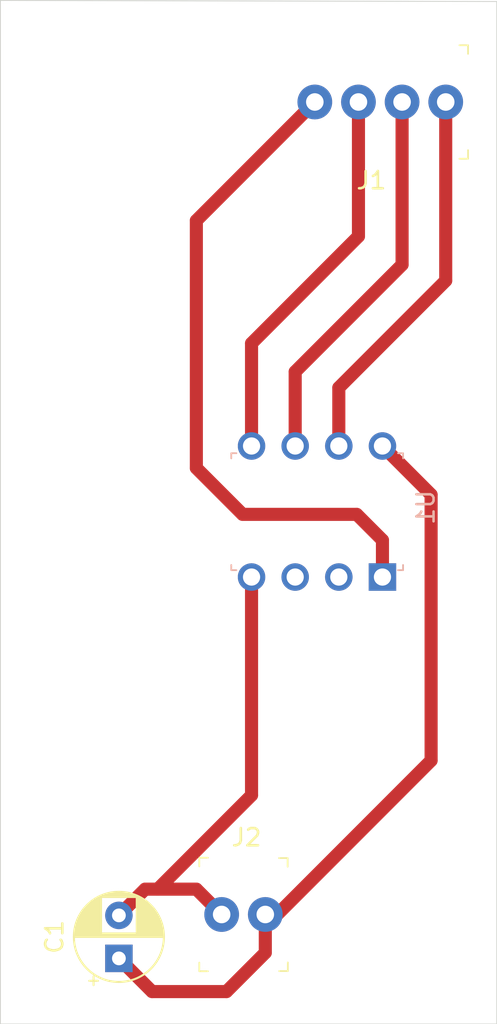
<source format=kicad_pcb>
(kicad_pcb (version 20171130) (host pcbnew "(5.1.6-0-10_14)")

  (general
    (thickness 1.6)
    (drawings 6)
    (tracks 32)
    (zones 0)
    (modules 4)
    (nets 9)
  )

  (page A4)
  (layers
    (0 F.Cu signal)
    (31 B.Cu signal)
    (32 B.Adhes user)
    (33 F.Adhes user)
    (34 B.Paste user)
    (35 F.Paste user)
    (36 B.SilkS user)
    (37 F.SilkS user)
    (38 B.Mask user)
    (39 F.Mask user)
    (40 Dwgs.User user)
    (41 Cmts.User user)
    (42 Eco1.User user)
    (43 Eco2.User user)
    (44 Edge.Cuts user)
    (45 Margin user)
    (46 B.CrtYd user)
    (47 F.CrtYd user)
    (48 B.Fab user)
    (49 F.Fab user)
  )

  (setup
    (last_trace_width 0.25)
    (user_trace_width 0.762)
    (trace_clearance 0.2)
    (zone_clearance 0.508)
    (zone_45_only no)
    (trace_min 0.2)
    (via_size 0.8)
    (via_drill 0.4)
    (via_min_size 0.4)
    (via_min_drill 0.3)
    (uvia_size 0.3)
    (uvia_drill 0.1)
    (uvias_allowed no)
    (uvia_min_size 0.2)
    (uvia_min_drill 0.1)
    (edge_width 0.05)
    (segment_width 0.2)
    (pcb_text_width 0.3)
    (pcb_text_size 1.5 1.5)
    (mod_edge_width 0.12)
    (mod_text_size 1 1)
    (mod_text_width 0.15)
    (pad_size 1.524 1.524)
    (pad_drill 0.762)
    (pad_to_mask_clearance 0.05)
    (aux_axis_origin 0 0)
    (visible_elements FFFFFF7F)
    (pcbplotparams
      (layerselection 0x01000_7fffffff)
      (usegerberextensions false)
      (usegerberattributes true)
      (usegerberadvancedattributes true)
      (creategerberjobfile true)
      (excludeedgelayer true)
      (linewidth 0.100000)
      (plotframeref false)
      (viasonmask false)
      (mode 1)
      (useauxorigin false)
      (hpglpennumber 1)
      (hpglpenspeed 20)
      (hpglpendiameter 15.000000)
      (psnegative false)
      (psa4output false)
      (plotreference true)
      (plotvalue true)
      (plotinvisibletext false)
      (padsonsilk false)
      (subtractmaskfromsilk false)
      (outputformat 1)
      (mirror false)
      (drillshape 0)
      (scaleselection 1)
      (outputdirectory "gerbers/"))
  )

  (net 0 "")
  (net 1 "Net-(C1-Pad2)")
  (net 2 "Net-(C1-Pad1)")
  (net 3 "Net-(J1-Pad4)")
  (net 4 "Net-(J1-Pad3)")
  (net 5 "Net-(J1-Pad2)")
  (net 6 "Net-(J1-Pad1)")
  (net 7 "Net-(U1-Pad3)")
  (net 8 "Net-(U1-Pad2)")

  (net_class Default "This is the default net class."
    (clearance 0.2)
    (trace_width 0.25)
    (via_dia 0.8)
    (via_drill 0.4)
    (uvia_dia 0.3)
    (uvia_drill 0.1)
    (add_net "Net-(C1-Pad1)")
    (add_net "Net-(C1-Pad2)")
    (add_net "Net-(J1-Pad1)")
    (add_net "Net-(J1-Pad2)")
    (add_net "Net-(J1-Pad3)")
    (add_net "Net-(J1-Pad4)")
    (add_net "Net-(U1-Pad2)")
    (add_net "Net-(U1-Pad3)")
  )

  (module digikey-footprints:DIP-8_W7.62mm (layer B.Cu) (tedit 5B86B3A2) (tstamp 5F3EE34C)
    (at 18.796 -8.8773 90)
    (descr http://media.digikey.com/pdf/Data%20Sheets/Lite-On%20PDFs/6N137%20Series.pdf)
    (path /5F3EE661)
    (fp_text reference U1 (at 4.05 2.52 90) (layer B.SilkS)
      (effects (font (size 1 1) (thickness 0.15)) (justify mirror))
    )
    (fp_text value ATTINY85-20PU (at 3.94 -10.33 90) (layer B.Fab)
      (effects (font (size 1 1) (thickness 0.15)) (justify mirror))
    )
    (fp_line (start 0.55 1.04) (end 0.55 -8.64) (layer B.Fab) (width 0.1))
    (fp_line (start 7.05 1.04) (end 7.05 -8.64) (layer B.Fab) (width 0.1))
    (fp_line (start 0.55 1.04) (end 7.05 1.04) (layer B.Fab) (width 0.1))
    (fp_line (start 0.55 -8.64) (end 7.05 -8.64) (layer B.Fab) (width 0.1))
    (fp_line (start 0.4 -8.8) (end 0.7 -8.8) (layer B.SilkS) (width 0.1))
    (fp_line (start 0.4 -8.5) (end 0.4 -8.8) (layer B.SilkS) (width 0.1))
    (fp_line (start 7.2 -8.8) (end 6.9 -8.8) (layer B.SilkS) (width 0.1))
    (fp_line (start 7.2 -8.5) (end 7.2 -8.8) (layer B.SilkS) (width 0.1))
    (fp_line (start 7.2 1.2) (end 6.9 1.2) (layer B.SilkS) (width 0.1))
    (fp_line (start 7.2 0.9) (end 7.2 1.2) (layer B.SilkS) (width 0.1))
    (fp_line (start 0.4 1.2) (end 0.7 1.2) (layer B.SilkS) (width 0.1))
    (fp_line (start 0.4 0.9) (end 0.4 1.2) (layer B.SilkS) (width 0.1))
    (fp_line (start -1.05 1.29) (end 8.67 1.29) (layer B.CrtYd) (width 0.1))
    (fp_line (start 8.67 1.29) (end 8.67 -8.89) (layer B.CrtYd) (width 0.1))
    (fp_line (start -1.05 1.29) (end -1.05 -8.89) (layer B.CrtYd) (width 0.1))
    (fp_line (start -1.05 -8.89) (end 8.67 -8.89) (layer B.CrtYd) (width 0.1))
    (fp_text user REF** (at 3.94 -3.49 180) (layer B.Fab)
      (effects (font (size 1 1) (thickness 0.1)) (justify mirror))
    )
    (pad 8 thru_hole circle (at 7.62 0 90) (size 1.6 1.6) (drill 1) (layers *.Cu *.Mask)
      (net 2 "Net-(C1-Pad1)"))
    (pad 7 thru_hole circle (at 7.62 -2.54 90) (size 1.6 1.6) (drill 1) (layers *.Cu *.Mask)
      (net 6 "Net-(J1-Pad1)"))
    (pad 6 thru_hole circle (at 7.62 -5.08 90) (size 1.6 1.6) (drill 1) (layers *.Cu *.Mask)
      (net 5 "Net-(J1-Pad2)"))
    (pad 5 thru_hole circle (at 7.62 -7.62 90) (size 1.6 1.6) (drill 1) (layers *.Cu *.Mask)
      (net 4 "Net-(J1-Pad3)"))
    (pad 4 thru_hole circle (at 0 -7.62 90) (size 1.6 1.6) (drill 1) (layers *.Cu *.Mask)
      (net 1 "Net-(C1-Pad2)"))
    (pad 3 thru_hole circle (at 0 -5.08 90) (size 1.6 1.6) (drill 1) (layers *.Cu *.Mask)
      (net 7 "Net-(U1-Pad3)"))
    (pad 2 thru_hole circle (at 0 -2.54 90) (size 1.6 1.6) (drill 1) (layers *.Cu *.Mask)
      (net 8 "Net-(U1-Pad2)"))
    (pad 1 thru_hole rect (at 0 0 90) (size 1.6 1.6) (drill 1) (layers *.Cu *.Mask)
      (net 3 "Net-(J1-Pad4)"))
    (model ${KISYS3DMOD}/Housings_DIP.3dshapes/DIP-8_W7.62mm.wrl
      (at (xyz 0 0 0))
      (scale (xyz 1 1 1))
      (rotate (xyz 0 0 0))
    )
  )

  (module digikey-footprints:PinHeader_1x2_P2.54mm_Drill1.02mm (layer F.Cu) (tedit 5A4BC55F) (tstamp 5F3EFB0E)
    (at 9.4361 10.7442)
    (descr http://www.molex.com/pdm_docs/sd/022232031_sd.pdf)
    (path /5F3F1619)
    (fp_text reference J2 (at 1.45 -4.48) (layer F.SilkS)
      (effects (font (size 1 1) (thickness 0.15)))
    )
    (fp_text value 22-23-2021 (at 1.23 4.72) (layer F.Fab)
      (effects (font (size 1 1) (thickness 0.15)))
    )
    (fp_line (start -1.2 -3.17) (end 3.73 -3.17) (layer F.Fab) (width 0.1))
    (fp_line (start -1.2 -3.17) (end -1.2 3.17) (layer F.Fab) (width 0.1))
    (fp_line (start 3.73 -3.17) (end 3.73 3.17) (layer F.Fab) (width 0.1))
    (fp_line (start -1.2 3.17) (end 3.73 3.17) (layer F.Fab) (width 0.1))
    (fp_line (start 3.85 3.29) (end 3.35 3.29) (layer F.SilkS) (width 0.1))
    (fp_line (start 3.85 3.29) (end 3.85 2.79) (layer F.SilkS) (width 0.1))
    (fp_line (start -1.3 3.3) (end -0.8 3.3) (layer F.SilkS) (width 0.1))
    (fp_line (start -1.3 3.3) (end -1.3 2.8) (layer F.SilkS) (width 0.1))
    (fp_line (start -1.3 -3.3) (end -0.8 -3.3) (layer F.SilkS) (width 0.1))
    (fp_line (start -1.3 -3.3) (end -1.3 -2.8) (layer F.SilkS) (width 0.1))
    (fp_line (start 3.84 -3.28) (end 3.34 -3.28) (layer F.SilkS) (width 0.1))
    (fp_line (start 3.84 -3.28) (end 3.84 -2.78) (layer F.SilkS) (width 0.1))
    (fp_line (start 3.98 -3.42) (end -1.45 -3.42) (layer F.CrtYd) (width 0.05))
    (fp_line (start 3.98 -3.42) (end 3.98 3.42) (layer F.CrtYd) (width 0.05))
    (fp_line (start -1.45 -3.42) (end -1.45 3.42) (layer F.CrtYd) (width 0.05))
    (fp_line (start 3.98 3.42) (end -1.45 3.42) (layer F.CrtYd) (width 0.05))
    (fp_text user %R (at 1.25 0.03 180) (layer F.Fab)
      (effects (font (size 1 1) (thickness 0.15)))
    )
    (pad 2 thru_hole circle (at 2.54 0) (size 2.02 2.02) (drill 1.02) (layers *.Cu *.Mask)
      (net 2 "Net-(C1-Pad1)"))
    (pad 1 thru_hole circle (at 0 0) (size 2.02 2.02) (drill 1.02) (layers *.Cu *.Mask)
      (net 1 "Net-(C1-Pad2)"))
  )

  (module digikey-footprints:PinHeader_1x4_P2.54mm_Drill1.02mm (layer F.Cu) (tedit 5A43C936) (tstamp 5F3EE318)
    (at 22.479 -36.4998 180)
    (descr http://www.molex.com/pdm_docs/sd/022232031_sd.pdf)
    (path /5F3EF266)
    (fp_text reference J1 (at 4.33 -4.56) (layer F.SilkS)
      (effects (font (size 1 1) (thickness 0.15)))
    )
    (fp_text value 0022232041 (at 4.08 4.52) (layer F.Fab)
      (effects (font (size 1 1) (thickness 0.15)))
    )
    (fp_line (start -1.2 -3.17) (end 8.81 -3.17) (layer F.Fab) (width 0.1))
    (fp_line (start -1.2 -3.17) (end -1.2 3.17) (layer F.Fab) (width 0.1))
    (fp_line (start -1.3 3.3) (end -0.8 3.3) (layer F.SilkS) (width 0.1))
    (fp_line (start -1.3 3.3) (end -1.3 2.8) (layer F.SilkS) (width 0.1))
    (fp_line (start -1.3 -3.3) (end -0.8 -3.3) (layer F.SilkS) (width 0.1))
    (fp_line (start -1.3 -3.3) (end -1.3 -2.8) (layer F.SilkS) (width 0.1))
    (fp_line (start 9.06 -3.42) (end -1.45 -3.42) (layer F.CrtYd) (width 0.05))
    (fp_line (start -1.45 -3.42) (end -1.45 3.42) (layer F.CrtYd) (width 0.05))
    (fp_line (start 9.06 3.42) (end -1.45 3.42) (layer F.CrtYd) (width 0.05))
    (fp_line (start -1.2 3.17) (end 8.81 3.17) (layer F.Fab) (width 0.1))
    (fp_line (start 8.81 -3.17) (end 8.81 3.17) (layer F.Fab) (width 0.1))
    (fp_line (start 9.06 -3.42) (end 9.06 3.42) (layer F.CrtYd) (width 0.05))
    (fp_text user %R (at 4.17 0) (layer F.Fab)
      (effects (font (size 1 1) (thickness 0.15)))
    )
    (pad 4 thru_hole circle (at 7.62 0 180) (size 2.02 2.02) (drill 1.02) (layers *.Cu *.Mask)
      (net 3 "Net-(J1-Pad4)"))
    (pad 3 thru_hole circle (at 5.08 0 180) (size 2.02 2.02) (drill 1.02) (layers *.Cu *.Mask)
      (net 4 "Net-(J1-Pad3)"))
    (pad 2 thru_hole circle (at 2.54 0 180) (size 2.02 2.02) (drill 1.02) (layers *.Cu *.Mask)
      (net 5 "Net-(J1-Pad2)"))
    (pad 1 thru_hole circle (at 0 0 180) (size 2.02 2.02) (drill 1.02) (layers *.Cu *.Mask)
      (net 6 "Net-(J1-Pad1)"))
  )

  (module Capacitor_THT:CP_Radial_D5.0mm_P2.50mm (layer F.Cu) (tedit 5AE50EF0) (tstamp 5F3EE303)
    (at 3.4544 13.2969 90)
    (descr "CP, Radial series, Radial, pin pitch=2.50mm, , diameter=5mm, Electrolytic Capacitor")
    (tags "CP Radial series Radial pin pitch 2.50mm  diameter 5mm Electrolytic Capacitor")
    (path /5F3F7A0E)
    (fp_text reference C1 (at 1.25 -3.75 90) (layer F.SilkS)
      (effects (font (size 1 1) (thickness 0.15)))
    )
    (fp_text value CP (at 1.25 3.75 90) (layer F.Fab)
      (effects (font (size 1 1) (thickness 0.15)))
    )
    (fp_line (start -1.304775 -1.725) (end -1.304775 -1.225) (layer F.SilkS) (width 0.12))
    (fp_line (start -1.554775 -1.475) (end -1.054775 -1.475) (layer F.SilkS) (width 0.12))
    (fp_line (start 3.851 -0.284) (end 3.851 0.284) (layer F.SilkS) (width 0.12))
    (fp_line (start 3.811 -0.518) (end 3.811 0.518) (layer F.SilkS) (width 0.12))
    (fp_line (start 3.771 -0.677) (end 3.771 0.677) (layer F.SilkS) (width 0.12))
    (fp_line (start 3.731 -0.805) (end 3.731 0.805) (layer F.SilkS) (width 0.12))
    (fp_line (start 3.691 -0.915) (end 3.691 0.915) (layer F.SilkS) (width 0.12))
    (fp_line (start 3.651 -1.011) (end 3.651 1.011) (layer F.SilkS) (width 0.12))
    (fp_line (start 3.611 -1.098) (end 3.611 1.098) (layer F.SilkS) (width 0.12))
    (fp_line (start 3.571 -1.178) (end 3.571 1.178) (layer F.SilkS) (width 0.12))
    (fp_line (start 3.531 1.04) (end 3.531 1.251) (layer F.SilkS) (width 0.12))
    (fp_line (start 3.531 -1.251) (end 3.531 -1.04) (layer F.SilkS) (width 0.12))
    (fp_line (start 3.491 1.04) (end 3.491 1.319) (layer F.SilkS) (width 0.12))
    (fp_line (start 3.491 -1.319) (end 3.491 -1.04) (layer F.SilkS) (width 0.12))
    (fp_line (start 3.451 1.04) (end 3.451 1.383) (layer F.SilkS) (width 0.12))
    (fp_line (start 3.451 -1.383) (end 3.451 -1.04) (layer F.SilkS) (width 0.12))
    (fp_line (start 3.411 1.04) (end 3.411 1.443) (layer F.SilkS) (width 0.12))
    (fp_line (start 3.411 -1.443) (end 3.411 -1.04) (layer F.SilkS) (width 0.12))
    (fp_line (start 3.371 1.04) (end 3.371 1.5) (layer F.SilkS) (width 0.12))
    (fp_line (start 3.371 -1.5) (end 3.371 -1.04) (layer F.SilkS) (width 0.12))
    (fp_line (start 3.331 1.04) (end 3.331 1.554) (layer F.SilkS) (width 0.12))
    (fp_line (start 3.331 -1.554) (end 3.331 -1.04) (layer F.SilkS) (width 0.12))
    (fp_line (start 3.291 1.04) (end 3.291 1.605) (layer F.SilkS) (width 0.12))
    (fp_line (start 3.291 -1.605) (end 3.291 -1.04) (layer F.SilkS) (width 0.12))
    (fp_line (start 3.251 1.04) (end 3.251 1.653) (layer F.SilkS) (width 0.12))
    (fp_line (start 3.251 -1.653) (end 3.251 -1.04) (layer F.SilkS) (width 0.12))
    (fp_line (start 3.211 1.04) (end 3.211 1.699) (layer F.SilkS) (width 0.12))
    (fp_line (start 3.211 -1.699) (end 3.211 -1.04) (layer F.SilkS) (width 0.12))
    (fp_line (start 3.171 1.04) (end 3.171 1.743) (layer F.SilkS) (width 0.12))
    (fp_line (start 3.171 -1.743) (end 3.171 -1.04) (layer F.SilkS) (width 0.12))
    (fp_line (start 3.131 1.04) (end 3.131 1.785) (layer F.SilkS) (width 0.12))
    (fp_line (start 3.131 -1.785) (end 3.131 -1.04) (layer F.SilkS) (width 0.12))
    (fp_line (start 3.091 1.04) (end 3.091 1.826) (layer F.SilkS) (width 0.12))
    (fp_line (start 3.091 -1.826) (end 3.091 -1.04) (layer F.SilkS) (width 0.12))
    (fp_line (start 3.051 1.04) (end 3.051 1.864) (layer F.SilkS) (width 0.12))
    (fp_line (start 3.051 -1.864) (end 3.051 -1.04) (layer F.SilkS) (width 0.12))
    (fp_line (start 3.011 1.04) (end 3.011 1.901) (layer F.SilkS) (width 0.12))
    (fp_line (start 3.011 -1.901) (end 3.011 -1.04) (layer F.SilkS) (width 0.12))
    (fp_line (start 2.971 1.04) (end 2.971 1.937) (layer F.SilkS) (width 0.12))
    (fp_line (start 2.971 -1.937) (end 2.971 -1.04) (layer F.SilkS) (width 0.12))
    (fp_line (start 2.931 1.04) (end 2.931 1.971) (layer F.SilkS) (width 0.12))
    (fp_line (start 2.931 -1.971) (end 2.931 -1.04) (layer F.SilkS) (width 0.12))
    (fp_line (start 2.891 1.04) (end 2.891 2.004) (layer F.SilkS) (width 0.12))
    (fp_line (start 2.891 -2.004) (end 2.891 -1.04) (layer F.SilkS) (width 0.12))
    (fp_line (start 2.851 1.04) (end 2.851 2.035) (layer F.SilkS) (width 0.12))
    (fp_line (start 2.851 -2.035) (end 2.851 -1.04) (layer F.SilkS) (width 0.12))
    (fp_line (start 2.811 1.04) (end 2.811 2.065) (layer F.SilkS) (width 0.12))
    (fp_line (start 2.811 -2.065) (end 2.811 -1.04) (layer F.SilkS) (width 0.12))
    (fp_line (start 2.771 1.04) (end 2.771 2.095) (layer F.SilkS) (width 0.12))
    (fp_line (start 2.771 -2.095) (end 2.771 -1.04) (layer F.SilkS) (width 0.12))
    (fp_line (start 2.731 1.04) (end 2.731 2.122) (layer F.SilkS) (width 0.12))
    (fp_line (start 2.731 -2.122) (end 2.731 -1.04) (layer F.SilkS) (width 0.12))
    (fp_line (start 2.691 1.04) (end 2.691 2.149) (layer F.SilkS) (width 0.12))
    (fp_line (start 2.691 -2.149) (end 2.691 -1.04) (layer F.SilkS) (width 0.12))
    (fp_line (start 2.651 1.04) (end 2.651 2.175) (layer F.SilkS) (width 0.12))
    (fp_line (start 2.651 -2.175) (end 2.651 -1.04) (layer F.SilkS) (width 0.12))
    (fp_line (start 2.611 1.04) (end 2.611 2.2) (layer F.SilkS) (width 0.12))
    (fp_line (start 2.611 -2.2) (end 2.611 -1.04) (layer F.SilkS) (width 0.12))
    (fp_line (start 2.571 1.04) (end 2.571 2.224) (layer F.SilkS) (width 0.12))
    (fp_line (start 2.571 -2.224) (end 2.571 -1.04) (layer F.SilkS) (width 0.12))
    (fp_line (start 2.531 1.04) (end 2.531 2.247) (layer F.SilkS) (width 0.12))
    (fp_line (start 2.531 -2.247) (end 2.531 -1.04) (layer F.SilkS) (width 0.12))
    (fp_line (start 2.491 1.04) (end 2.491 2.268) (layer F.SilkS) (width 0.12))
    (fp_line (start 2.491 -2.268) (end 2.491 -1.04) (layer F.SilkS) (width 0.12))
    (fp_line (start 2.451 1.04) (end 2.451 2.29) (layer F.SilkS) (width 0.12))
    (fp_line (start 2.451 -2.29) (end 2.451 -1.04) (layer F.SilkS) (width 0.12))
    (fp_line (start 2.411 1.04) (end 2.411 2.31) (layer F.SilkS) (width 0.12))
    (fp_line (start 2.411 -2.31) (end 2.411 -1.04) (layer F.SilkS) (width 0.12))
    (fp_line (start 2.371 1.04) (end 2.371 2.329) (layer F.SilkS) (width 0.12))
    (fp_line (start 2.371 -2.329) (end 2.371 -1.04) (layer F.SilkS) (width 0.12))
    (fp_line (start 2.331 1.04) (end 2.331 2.348) (layer F.SilkS) (width 0.12))
    (fp_line (start 2.331 -2.348) (end 2.331 -1.04) (layer F.SilkS) (width 0.12))
    (fp_line (start 2.291 1.04) (end 2.291 2.365) (layer F.SilkS) (width 0.12))
    (fp_line (start 2.291 -2.365) (end 2.291 -1.04) (layer F.SilkS) (width 0.12))
    (fp_line (start 2.251 1.04) (end 2.251 2.382) (layer F.SilkS) (width 0.12))
    (fp_line (start 2.251 -2.382) (end 2.251 -1.04) (layer F.SilkS) (width 0.12))
    (fp_line (start 2.211 1.04) (end 2.211 2.398) (layer F.SilkS) (width 0.12))
    (fp_line (start 2.211 -2.398) (end 2.211 -1.04) (layer F.SilkS) (width 0.12))
    (fp_line (start 2.171 1.04) (end 2.171 2.414) (layer F.SilkS) (width 0.12))
    (fp_line (start 2.171 -2.414) (end 2.171 -1.04) (layer F.SilkS) (width 0.12))
    (fp_line (start 2.131 1.04) (end 2.131 2.428) (layer F.SilkS) (width 0.12))
    (fp_line (start 2.131 -2.428) (end 2.131 -1.04) (layer F.SilkS) (width 0.12))
    (fp_line (start 2.091 1.04) (end 2.091 2.442) (layer F.SilkS) (width 0.12))
    (fp_line (start 2.091 -2.442) (end 2.091 -1.04) (layer F.SilkS) (width 0.12))
    (fp_line (start 2.051 1.04) (end 2.051 2.455) (layer F.SilkS) (width 0.12))
    (fp_line (start 2.051 -2.455) (end 2.051 -1.04) (layer F.SilkS) (width 0.12))
    (fp_line (start 2.011 1.04) (end 2.011 2.468) (layer F.SilkS) (width 0.12))
    (fp_line (start 2.011 -2.468) (end 2.011 -1.04) (layer F.SilkS) (width 0.12))
    (fp_line (start 1.971 1.04) (end 1.971 2.48) (layer F.SilkS) (width 0.12))
    (fp_line (start 1.971 -2.48) (end 1.971 -1.04) (layer F.SilkS) (width 0.12))
    (fp_line (start 1.93 1.04) (end 1.93 2.491) (layer F.SilkS) (width 0.12))
    (fp_line (start 1.93 -2.491) (end 1.93 -1.04) (layer F.SilkS) (width 0.12))
    (fp_line (start 1.89 1.04) (end 1.89 2.501) (layer F.SilkS) (width 0.12))
    (fp_line (start 1.89 -2.501) (end 1.89 -1.04) (layer F.SilkS) (width 0.12))
    (fp_line (start 1.85 1.04) (end 1.85 2.511) (layer F.SilkS) (width 0.12))
    (fp_line (start 1.85 -2.511) (end 1.85 -1.04) (layer F.SilkS) (width 0.12))
    (fp_line (start 1.81 1.04) (end 1.81 2.52) (layer F.SilkS) (width 0.12))
    (fp_line (start 1.81 -2.52) (end 1.81 -1.04) (layer F.SilkS) (width 0.12))
    (fp_line (start 1.77 1.04) (end 1.77 2.528) (layer F.SilkS) (width 0.12))
    (fp_line (start 1.77 -2.528) (end 1.77 -1.04) (layer F.SilkS) (width 0.12))
    (fp_line (start 1.73 1.04) (end 1.73 2.536) (layer F.SilkS) (width 0.12))
    (fp_line (start 1.73 -2.536) (end 1.73 -1.04) (layer F.SilkS) (width 0.12))
    (fp_line (start 1.69 1.04) (end 1.69 2.543) (layer F.SilkS) (width 0.12))
    (fp_line (start 1.69 -2.543) (end 1.69 -1.04) (layer F.SilkS) (width 0.12))
    (fp_line (start 1.65 1.04) (end 1.65 2.55) (layer F.SilkS) (width 0.12))
    (fp_line (start 1.65 -2.55) (end 1.65 -1.04) (layer F.SilkS) (width 0.12))
    (fp_line (start 1.61 1.04) (end 1.61 2.556) (layer F.SilkS) (width 0.12))
    (fp_line (start 1.61 -2.556) (end 1.61 -1.04) (layer F.SilkS) (width 0.12))
    (fp_line (start 1.57 1.04) (end 1.57 2.561) (layer F.SilkS) (width 0.12))
    (fp_line (start 1.57 -2.561) (end 1.57 -1.04) (layer F.SilkS) (width 0.12))
    (fp_line (start 1.53 1.04) (end 1.53 2.565) (layer F.SilkS) (width 0.12))
    (fp_line (start 1.53 -2.565) (end 1.53 -1.04) (layer F.SilkS) (width 0.12))
    (fp_line (start 1.49 1.04) (end 1.49 2.569) (layer F.SilkS) (width 0.12))
    (fp_line (start 1.49 -2.569) (end 1.49 -1.04) (layer F.SilkS) (width 0.12))
    (fp_line (start 1.45 -2.573) (end 1.45 2.573) (layer F.SilkS) (width 0.12))
    (fp_line (start 1.41 -2.576) (end 1.41 2.576) (layer F.SilkS) (width 0.12))
    (fp_line (start 1.37 -2.578) (end 1.37 2.578) (layer F.SilkS) (width 0.12))
    (fp_line (start 1.33 -2.579) (end 1.33 2.579) (layer F.SilkS) (width 0.12))
    (fp_line (start 1.29 -2.58) (end 1.29 2.58) (layer F.SilkS) (width 0.12))
    (fp_line (start 1.25 -2.58) (end 1.25 2.58) (layer F.SilkS) (width 0.12))
    (fp_line (start -0.633605 -1.3375) (end -0.633605 -0.8375) (layer F.Fab) (width 0.1))
    (fp_line (start -0.883605 -1.0875) (end -0.383605 -1.0875) (layer F.Fab) (width 0.1))
    (fp_circle (center 1.25 0) (end 4 0) (layer F.CrtYd) (width 0.05))
    (fp_circle (center 1.25 0) (end 3.87 0) (layer F.SilkS) (width 0.12))
    (fp_circle (center 1.25 0) (end 3.75 0) (layer F.Fab) (width 0.1))
    (fp_text user %R (at 1.25 0 90) (layer F.Fab)
      (effects (font (size 1 1) (thickness 0.15)))
    )
    (pad 2 thru_hole circle (at 2.5 0 90) (size 1.6 1.6) (drill 0.8) (layers *.Cu *.Mask)
      (net 1 "Net-(C1-Pad2)"))
    (pad 1 thru_hole rect (at 0 0 90) (size 1.6 1.6) (drill 0.8) (layers *.Cu *.Mask)
      (net 2 "Net-(C1-Pad1)"))
    (model ${KISYS3DMOD}/Capacitor_THT.3dshapes/CP_Radial_D5.0mm_P2.50mm.wrl
      (at (xyz 0 0 0))
      (scale (xyz 1 1 1))
      (rotate (xyz 0 0 0))
    )
  )

  (gr_line (start 25.4508 -42.3418) (end 25.4508 17.1069) (layer Edge.Cuts) (width 0.05) (tstamp 5F3EFD4B))
  (gr_line (start -3.4417 -42.4053) (end 25.4508 -42.3418) (layer Edge.Cuts) (width 0.05))
  (gr_line (start -3.4417 17.1069) (end -3.4417 -42.4053) (layer Edge.Cuts) (width 0.05))
  (gr_line (start 25.4508 17.1069) (end -3.4417 17.1069) (layer Edge.Cuts) (width 0.05))
  (dimension 47.269415 (width 0.15) (layer Dwgs.User)
    (gr_text "1.8610 in" (at 9.095013 -12.892909 89.95381856) (layer Dwgs.User)
      (effects (font (size 1 1) (thickness 0.15)))
    )
    (feature1 (pts (xy 12.1031 -36.5252) (xy 9.827642 -36.527034)))
    (feature2 (pts (xy 12.065 10.7442) (xy 9.789542 10.742366)))
    (crossbar (pts (xy 10.375963 10.742839) (xy 10.414063 -36.526561)))
    (arrow1a (pts (xy 10.414063 -36.526561) (xy 10.999576 -35.399585)))
    (arrow1b (pts (xy 10.414063 -36.526561) (xy 9.826734 -35.40053)))
    (arrow2a (pts (xy 10.375963 10.742839) (xy 10.963292 9.616808)))
    (arrow2b (pts (xy 10.375963 10.742839) (xy 9.79045 9.615863)))
  )
  (dimension 54.204606 (width 0.15) (layer Dwgs.User)
    (gr_text "2.1340 in" (at 16.380467 -12.907737 -89.65096724) (layer Dwgs.User)
      (effects (font (size 1 1) (thickness 0.15)))
    )
    (feature1 (pts (xy 13.716 14.2113) (xy 15.832 14.19841)))
    (feature2 (pts (xy 13.3858 -39.9923) (xy 15.5018 -40.00519)))
    (crossbar (pts (xy 14.915391 -40.001618) (xy 15.245591 14.201982)))
    (arrow1a (pts (xy 15.245591 14.201982) (xy 14.652319 13.079071)))
    (arrow1b (pts (xy 15.245591 14.201982) (xy 15.825138 13.071927)))
    (arrow2a (pts (xy 14.915391 -40.001618) (xy 14.335844 -38.871563)))
    (arrow2b (pts (xy 14.915391 -40.001618) (xy 15.508663 -38.878707)))
  )

  (segment (start 7.9629 9.271) (end 9.4361 10.7442) (width 0.762) (layer F.Cu) (net 1))
  (segment (start 3.4544 10.7969) (end 4.9803 9.271) (width 0.762) (layer F.Cu) (net 1))
  (segment (start 11.176 3.81) (end 5.715 9.271) (width 0.762) (layer F.Cu) (net 1))
  (segment (start 11.176 -8.8773) (end 11.176 3.81) (width 0.762) (layer F.Cu) (net 1))
  (segment (start 5.715 9.271) (end 7.9629 9.271) (width 0.762) (layer F.Cu) (net 1))
  (segment (start 4.9803 9.271) (end 5.715 9.271) (width 0.762) (layer F.Cu) (net 1))
  (segment (start 12.6746 10.7442) (end 11.9761 10.7442) (width 0.762) (layer F.Cu) (net 2))
  (segment (start 21.6281 -13.6652) (end 21.6281 1.7907) (width 0.762) (layer F.Cu) (net 2))
  (segment (start 21.6281 1.7907) (end 12.6746 10.7442) (width 0.762) (layer F.Cu) (net 2))
  (segment (start 18.796 -16.4973) (end 21.6281 -13.6652) (width 0.762) (layer F.Cu) (net 2))
  (segment (start 11.9761 10.7442) (end 11.9761 12.9667) (width 0.762) (layer F.Cu) (net 2))
  (segment (start 11.9761 12.9667) (end 9.7155 15.2273) (width 0.762) (layer F.Cu) (net 2))
  (segment (start 5.3848 15.2273) (end 3.4544 13.2969) (width 0.762) (layer F.Cu) (net 2))
  (segment (start 9.7155 15.2273) (end 5.3848 15.2273) (width 0.762) (layer F.Cu) (net 2))
  (segment (start 18.796 -8.8773) (end 18.796 -11.0236) (width 0.762) (layer F.Cu) (net 3))
  (segment (start 18.796 -11.0236) (end 17.2974 -12.5222) (width 0.762) (layer F.Cu) (net 3))
  (segment (start 17.2974 -12.5222) (end 10.6553 -12.5222) (width 0.762) (layer F.Cu) (net 3))
  (segment (start 10.6553 -12.5222) (end 7.9629 -15.2146) (width 0.762) (layer F.Cu) (net 3))
  (segment (start 7.9629 -29.6037) (end 14.859 -36.4998) (width 0.762) (layer F.Cu) (net 3))
  (segment (start 7.9629 -15.2146) (end 7.9629 -29.6037) (width 0.762) (layer F.Cu) (net 3))
  (segment (start 17.4117 -36.4871) (end 17.399 -36.4998) (width 1.524) (layer F.Cu) (net 4))
  (segment (start 11.176 -16.4973) (end 11.176 -22.4663) (width 0.762) (layer F.Cu) (net 4))
  (segment (start 17.399 -28.6893) (end 17.399 -36.4998) (width 0.762) (layer F.Cu) (net 4))
  (segment (start 11.176 -22.4663) (end 17.399 -28.6893) (width 0.762) (layer F.Cu) (net 4))
  (segment (start 19.9517 -36.4871) (end 19.939 -36.4998) (width 1.524) (layer F.Cu) (net 5))
  (segment (start 13.716 -16.4973) (end 13.716 -20.8153) (width 0.762) (layer F.Cu) (net 5))
  (segment (start 19.939 -27.0383) (end 19.939 -36.4998) (width 0.762) (layer F.Cu) (net 5))
  (segment (start 13.716 -20.8153) (end 19.939 -27.0383) (width 0.762) (layer F.Cu) (net 5))
  (segment (start 22.4917 -36.4871) (end 22.479 -36.4998) (width 1.524) (layer F.Cu) (net 6))
  (segment (start 22.479 -26.1112) (end 22.479 -36.4998) (width 0.762) (layer F.Cu) (net 6))
  (segment (start 16.256 -19.8882) (end 22.479 -26.1112) (width 0.762) (layer F.Cu) (net 6))
  (segment (start 16.256 -16.4973) (end 16.256 -19.8882) (width 0.762) (layer F.Cu) (net 6))

)

</source>
